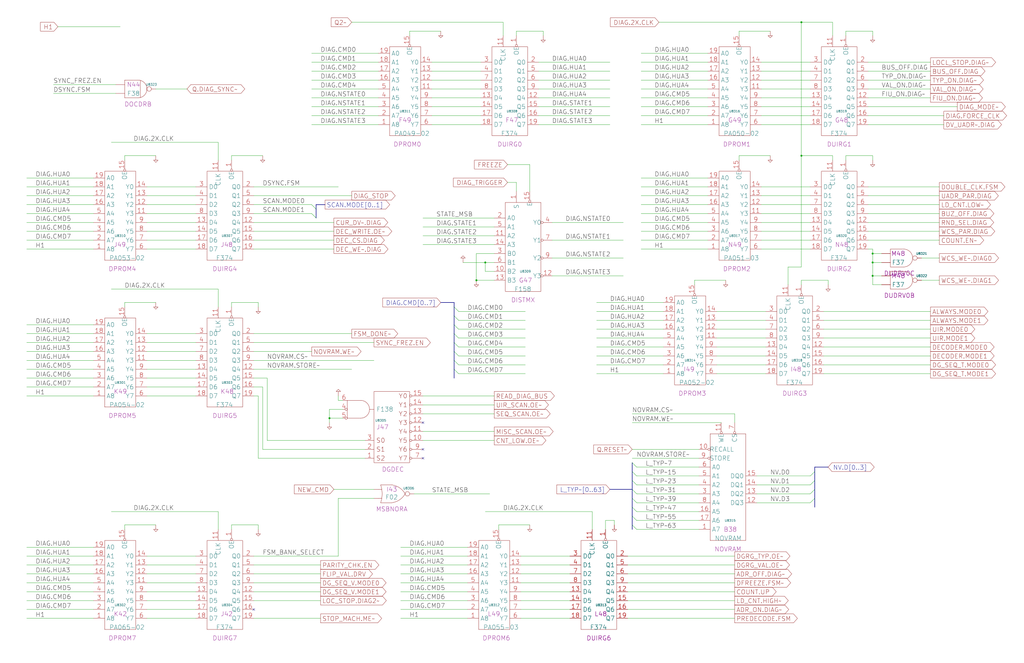
<source format=kicad_sch>
(kicad_sch (version 20230121) (generator eeschema)
  (paper "User" 584.2 378.46)
  (title_block (title "DIAGNOSTIC PROCESSOR") (date "22-MAY-90") (rev "1.0") (comment 1 "SEQUENCER") (comment 2 "232-003064") (comment 3 "S400") (comment 4 "RELEASED"))
  (junction (at 187.96 238.76))
  (junction (at 497.84 144.78))
  (junction (at 497.84 157.48))
  (junction (at 497.84 149.86))
  (junction (at 271.78 160.02))
  (junction (at 457.2 88.9))
  (junction (at 276.86 149.86))
  (junction (at 457.2 12.7))
  (no_connect (at 144.78 347.98))
  (no_connect (at 241.3 261.62))
  (no_connect (at 241.3 256.54))
  (no_connect (at 241.3 241.3))
  (bus_entry (at 259.08 180.34) (size 2.54 2.54))
  (bus_entry (at 464.82 284.48) (size -2.54 2.54))
  (bus_entry (at 360.68 299.72) (size 2.54 2.54))
  (bus_entry (at 259.08 190.5) (size 2.54 2.54))
  (bus_entry (at 464.82 279.4) (size -2.54 2.54))
  (bus_entry (at 360.68 284.48) (size 2.54 2.54))
  (bus_entry (at 360.68 269.24) (size 2.54 2.54))
  (bus_entry (at 360.68 279.4) (size 2.54 2.54))
  (bus_entry (at 464.82 269.24) (size -2.54 2.54))
  (bus_entry (at 360.68 264.16) (size 2.54 2.54))
  (bus_entry (at 360.68 274.32) (size 2.54 2.54))
  (bus_entry (at 360.68 294.64) (size 2.54 2.54))
  (bus_entry (at 177.8 121.92) (size 2.54 2.54))
  (bus_entry (at 259.08 195.58) (size 2.54 2.54))
  (bus_entry (at 177.8 116.84) (size 2.54 2.54))
  (bus_entry (at 259.08 175.26) (size 2.54 2.54))
  (bus_entry (at 259.08 205.74) (size 2.54 2.54))
  (bus_entry (at 360.68 289.56) (size 2.54 2.54))
  (bus_entry (at 464.82 274.32) (size -2.54 2.54))
  (bus_entry (at 259.08 210.82) (size 2.54 2.54))
  (bus_entry (at 259.08 200.66) (size 2.54 2.54))
  (bus_entry (at 259.08 185.42) (size 2.54 2.54))
  (wire (pts (xy 83.82 106.68) (xy 111.76 106.68)))
  (bus (pts (xy 259.08 195.58) (xy 259.08 200.66)))
  (wire (pts (xy 144.78 342.9) (xy 182.88 342.9)))
  (wire (pts (xy 228.6 347.98) (xy 266.7 347.98)))
  (wire (pts (xy 495.3 55.88) (xy 530.86 55.88)))
  (wire (pts (xy 15.24 111.76) (xy 53.34 111.76)))
  (wire (pts (xy 497.84 149.86) (xy 502.92 149.86)))
  (wire (pts (xy 144.78 127) (xy 190.5 127)))
  (wire (pts (xy 83.82 353.06) (xy 111.76 353.06)))
  (wire (pts (xy 434.34 142.24) (xy 462.28 142.24)))
  (wire (pts (xy 144.78 205.74) (xy 213.36 205.74)))
  (wire (pts (xy 307.34 66.04) (xy 347.98 66.04)))
  (wire (pts (xy 15.24 195.58) (xy 53.34 195.58)))
  (wire (pts (xy 469.9 213.36) (xy 530.86 213.36)))
  (wire (pts (xy 307.34 50.8) (xy 347.98 50.8)))
  (wire (pts (xy 15.24 342.9) (xy 53.34 342.9)))
  (wire (pts (xy 15.24 137.16) (xy 53.34 137.16)))
  (bus (pts (xy 464.82 266.7) (xy 472.44 266.7)))
  (wire (pts (xy 193.04 226.06) (xy 193.04 228.6)))
  (bus (pts (xy 464.82 274.32) (xy 464.82 279.4)))
  (bus (pts (xy 360.68 279.4) (xy 360.68 284.48)))
  (wire (pts (xy 177.8 40.64) (xy 215.9 40.64)))
  (wire (pts (xy 434.34 71.12) (xy 462.28 71.12)))
  (wire (pts (xy 241.3 231.14) (xy 281.94 231.14)))
  (bus (pts (xy 259.08 205.74) (xy 259.08 210.82)))
  (wire (pts (xy 363.22 266.7) (xy 398.78 266.7)))
  (wire (pts (xy 358.14 347.98) (xy 419.1 347.98)))
  (wire (pts (xy 15.24 116.84) (xy 53.34 116.84)))
  (wire (pts (xy 15.24 132.08) (xy 53.34 132.08)))
  (wire (pts (xy 144.78 121.92) (xy 177.8 121.92)))
  (wire (pts (xy 63.5 165.1) (xy 124.46 165.1)))
  (wire (pts (xy 421.64 17.78) (xy 421.64 20.32)))
  (wire (pts (xy 83.82 132.08) (xy 111.76 132.08)))
  (wire (pts (xy 340.36 198.12) (xy 378.46 198.12)))
  (bus (pts (xy 259.08 190.5) (xy 259.08 195.58)))
  (wire (pts (xy 228.6 332.74) (xy 266.7 332.74)))
  (wire (pts (xy 434.34 127) (xy 462.28 127)))
  (wire (pts (xy 144.78 317.5) (xy 193.04 317.5)))
  (wire (pts (xy 261.62 203.2) (xy 299.72 203.2)))
  (bus (pts (xy 259.08 172.72) (xy 259.08 175.26)))
  (wire (pts (xy 88.9 299.72) (xy 71.12 299.72)))
  (wire (pts (xy 365.76 71.12) (xy 403.86 71.12)))
  (wire (pts (xy 261.62 182.88) (xy 299.72 182.88)))
  (wire (pts (xy 83.82 116.84) (xy 111.76 116.84)))
  (wire (pts (xy 337.82 292.1) (xy 337.82 302.26)))
  (wire (pts (xy 15.24 142.24) (xy 53.34 142.24)))
  (wire (pts (xy 152.4 251.46) (xy 208.28 251.46)))
  (wire (pts (xy 63.5 292.1) (xy 124.46 292.1)))
  (wire (pts (xy 363.22 302.26) (xy 398.78 302.26)))
  (wire (pts (xy 144.78 332.74) (xy 182.88 332.74)))
  (wire (pts (xy 434.34 132.08) (xy 462.28 132.08)))
  (wire (pts (xy 83.82 220.98) (xy 111.76 220.98)))
  (wire (pts (xy 363.22 297.18) (xy 398.78 297.18)))
  (wire (pts (xy 497.84 157.48) (xy 502.92 157.48)))
  (wire (pts (xy 15.24 317.5) (xy 53.34 317.5)))
  (wire (pts (xy 363.22 281.94) (xy 398.78 281.94)))
  (wire (pts (xy 365.76 111.76) (xy 403.86 111.76)))
  (wire (pts (xy 228.6 317.5) (xy 266.7 317.5)))
  (wire (pts (xy 363.22 287.02) (xy 398.78 287.02)))
  (wire (pts (xy 246.38 60.96) (xy 274.32 60.96)))
  (wire (pts (xy 228.6 353.06) (xy 266.7 353.06)))
  (wire (pts (xy 177.8 30.48) (xy 215.9 30.48)))
  (wire (pts (xy 363.22 292.1) (xy 398.78 292.1)))
  (wire (pts (xy 365.76 106.68) (xy 403.86 106.68)))
  (wire (pts (xy 365.76 35.56) (xy 403.86 35.56)))
  (wire (pts (xy 340.36 193.04) (xy 378.46 193.04)))
  (wire (pts (xy 132.08 299.72) (xy 147.32 299.72)))
  (wire (pts (xy 177.8 60.96) (xy 215.9 60.96)))
  (wire (pts (xy 83.82 317.5) (xy 111.76 317.5)))
  (wire (pts (xy 495.3 111.76) (xy 535.94 111.76)))
  (wire (pts (xy 144.78 353.06) (xy 182.88 353.06)))
  (wire (pts (xy 241.3 251.46) (xy 281.94 251.46)))
  (wire (pts (xy 469.9 193.04) (xy 530.86 193.04)))
  (wire (pts (xy 474.98 12.7) (xy 474.98 20.32)))
  (wire (pts (xy 297.18 317.5) (xy 325.12 317.5)))
  (wire (pts (xy 365.76 60.96) (xy 403.86 60.96)))
  (wire (pts (xy 15.24 353.06) (xy 53.34 353.06)))
  (wire (pts (xy 350.52 297.18) (xy 350.52 299.72)))
  (wire (pts (xy 261.62 193.04) (xy 299.72 193.04)))
  (wire (pts (xy 497.84 142.24) (xy 495.3 142.24)))
  (wire (pts (xy 482.6 88.9) (xy 497.84 88.9)))
  (wire (pts (xy 314.96 127) (xy 355.6 127)))
  (wire (pts (xy 83.82 195.58) (xy 111.76 195.58)))
  (bus (pts (xy 360.68 274.32) (xy 360.68 279.4)))
  (wire (pts (xy 363.22 276.86) (xy 398.78 276.86)))
  (wire (pts (xy 187.96 238.76) (xy 195.58 238.76)))
  (wire (pts (xy 15.24 312.42) (xy 53.34 312.42)))
  (wire (pts (xy 246.38 71.12) (xy 274.32 71.12)))
  (wire (pts (xy 83.82 210.82) (xy 111.76 210.82)))
  (wire (pts (xy 408.94 193.04) (xy 436.88 193.04)))
  (wire (pts (xy 246.38 50.8) (xy 274.32 50.8)))
  (wire (pts (xy 345.44 297.18) (xy 350.52 297.18)))
  (wire (pts (xy 431.8 281.94) (xy 462.28 281.94)))
  (wire (pts (xy 502.92 162.56) (xy 497.84 162.56)))
  (wire (pts (xy 261.62 208.28) (xy 299.72 208.28)))
  (wire (pts (xy 144.78 226.06) (xy 147.32 226.06)))
  (wire (pts (xy 289.56 93.98) (xy 302.26 93.98)))
  (wire (pts (xy 340.36 182.88) (xy 378.46 182.88)))
  (wire (pts (xy 495.3 66.04) (xy 538.48 66.04)))
  (wire (pts (xy 15.24 226.06) (xy 53.34 226.06)))
  (wire (pts (xy 363.22 271.78) (xy 398.78 271.78)))
  (wire (pts (xy 132.08 88.9) (xy 132.08 91.44)))
  (wire (pts (xy 439.42 17.78) (xy 421.64 17.78)))
  (bus (pts (xy 464.82 269.24) (xy 464.82 274.32)))
  (wire (pts (xy 365.76 101.6) (xy 403.86 101.6)))
  (wire (pts (xy 495.3 137.16) (xy 535.94 137.16)))
  (wire (pts (xy 495.3 45.72) (xy 530.86 45.72)))
  (wire (pts (xy 340.36 177.8) (xy 378.46 177.8)))
  (wire (pts (xy 30.48 48.26) (xy 66.04 48.26)))
  (wire (pts (xy 495.3 106.68) (xy 535.94 106.68)))
  (wire (pts (xy 497.84 144.78) (xy 502.92 144.78)))
  (wire (pts (xy 297.18 347.98) (xy 325.12 347.98)))
  (wire (pts (xy 261.62 213.36) (xy 299.72 213.36)))
  (wire (pts (xy 144.78 137.16) (xy 190.5 137.16)))
  (wire (pts (xy 15.24 190.5) (xy 53.34 190.5)))
  (bus (pts (xy 360.68 284.48) (xy 360.68 289.56)))
  (wire (pts (xy 297.18 322.58) (xy 325.12 322.58)))
  (wire (pts (xy 434.34 66.04) (xy 462.28 66.04)))
  (wire (pts (xy 434.34 40.64) (xy 462.28 40.64)))
  (wire (pts (xy 497.84 144.78) (xy 497.84 142.24)))
  (wire (pts (xy 246.38 40.64) (xy 274.32 40.64)))
  (wire (pts (xy 419.1 236.22) (xy 419.1 241.3)))
  (wire (pts (xy 469.9 187.96) (xy 530.86 187.96)))
  (wire (pts (xy 177.8 35.56) (xy 215.9 35.56)))
  (wire (pts (xy 144.78 215.9) (xy 152.4 215.9)))
  (wire (pts (xy 287.02 12.7) (xy 287.02 20.32)))
  (wire (pts (xy 434.34 55.88) (xy 462.28 55.88)))
  (wire (pts (xy 193.04 284.48) (xy 213.36 284.48)))
  (wire (pts (xy 497.84 149.86) (xy 497.84 144.78)))
  (wire (pts (xy 340.36 187.96) (xy 378.46 187.96)))
  (wire (pts (xy 469.9 177.8) (xy 530.86 177.8)))
  (wire (pts (xy 15.24 101.6) (xy 53.34 101.6)))
  (wire (pts (xy 340.36 203.2) (xy 378.46 203.2)))
  (wire (pts (xy 294.64 17.78) (xy 309.88 17.78)))
  (wire (pts (xy 365.76 116.84) (xy 403.86 116.84)))
  (wire (pts (xy 228.6 337.82) (xy 266.7 337.82)))
  (wire (pts (xy 302.26 299.72) (xy 284.48 299.72)))
  (wire (pts (xy 83.82 190.5) (xy 111.76 190.5)))
  (wire (pts (xy 228.6 327.66) (xy 266.7 327.66)))
  (wire (pts (xy 88.9 172.72) (xy 71.12 172.72)))
  (wire (pts (xy 365.76 142.24) (xy 403.86 142.24)))
  (wire (pts (xy 482.6 20.32) (xy 482.6 17.78)))
  (wire (pts (xy 408.94 177.8) (xy 436.88 177.8)))
  (wire (pts (xy 431.8 271.78) (xy 462.28 271.78)))
  (wire (pts (xy 195.58 233.68) (xy 187.96 233.68)))
  (wire (pts (xy 144.78 220.98) (xy 149.86 220.98)))
  (wire (pts (xy 289.56 104.14) (xy 294.64 104.14)))
  (wire (pts (xy 434.34 116.84) (xy 462.28 116.84)))
  (wire (pts (xy 449.58 152.4) (xy 457.2 152.4)))
  (wire (pts (xy 246.38 35.56) (xy 274.32 35.56)))
  (wire (pts (xy 83.82 347.98) (xy 111.76 347.98)))
  (bus (pts (xy 464.82 266.7) (xy 464.82 269.24)))
  (wire (pts (xy 144.78 327.66) (xy 182.88 327.66)))
  (wire (pts (xy 497.84 162.56) (xy 497.84 157.48)))
  (wire (pts (xy 15.24 322.58) (xy 53.34 322.58)))
  (wire (pts (xy 30.48 53.34) (xy 66.04 53.34)))
  (wire (pts (xy 246.38 45.72) (xy 274.32 45.72)))
  (wire (pts (xy 264.16 149.86) (xy 276.86 149.86)))
  (wire (pts (xy 15.24 332.74) (xy 53.34 332.74)))
  (wire (pts (xy 144.78 200.66) (xy 177.8 200.66)))
  (wire (pts (xy 414.02 160.02) (xy 396.24 160.02)))
  (wire (pts (xy 497.84 17.78) (xy 497.84 20.32)))
  (bus (pts (xy 360.68 299.72) (xy 360.68 302.26)))
  (wire (pts (xy 88.9 50.8) (xy 106.68 50.8)))
  (wire (pts (xy 360.68 241.3) (xy 411.48 241.3)))
  (wire (pts (xy 261.62 177.8) (xy 299.72 177.8)))
  (wire (pts (xy 149.86 256.54) (xy 208.28 256.54)))
  (wire (pts (xy 358.14 337.82) (xy 419.1 337.82)))
  (bus (pts (xy 259.08 175.26) (xy 259.08 180.34)))
  (wire (pts (xy 309.88 17.78) (xy 309.88 20.32)))
  (wire (pts (xy 83.82 127) (xy 111.76 127)))
  (wire (pts (xy 431.8 276.86) (xy 462.28 276.86)))
  (wire (pts (xy 193.04 317.5) (xy 193.04 284.48)))
  (wire (pts (xy 276.86 149.86) (xy 281.94 149.86)))
  (wire (pts (xy 408.94 182.88) (xy 436.88 182.88)))
  (wire (pts (xy 177.8 45.72) (xy 215.9 45.72)))
  (wire (pts (xy 83.82 337.82) (xy 111.76 337.82)))
  (wire (pts (xy 365.76 30.48) (xy 403.86 30.48)))
  (wire (pts (xy 15.24 200.66) (xy 53.34 200.66)))
  (wire (pts (xy 297.18 332.74) (xy 325.12 332.74)))
  (wire (pts (xy 177.8 71.12) (xy 215.9 71.12)))
  (wire (pts (xy 144.78 142.24) (xy 190.5 142.24)))
  (wire (pts (xy 83.82 332.74) (xy 111.76 332.74)))
  (wire (pts (xy 83.82 226.06) (xy 111.76 226.06)))
  (wire (pts (xy 15.24 220.98) (xy 53.34 220.98)))
  (wire (pts (xy 525.78 160.02) (xy 535.94 160.02)))
  (wire (pts (xy 434.34 60.96) (xy 462.28 60.96)))
  (wire (pts (xy 434.34 50.8) (xy 462.28 50.8)))
  (wire (pts (xy 408.94 213.36) (xy 436.88 213.36)))
  (wire (pts (xy 124.46 292.1) (xy 124.46 302.26)))
  (wire (pts (xy 241.3 124.46) (xy 281.94 124.46)))
  (wire (pts (xy 307.34 55.88) (xy 347.98 55.88)))
  (wire (pts (xy 236.22 281.94) (xy 279.4 281.94)))
  (wire (pts (xy 457.2 88.9) (xy 474.98 88.9)))
  (wire (pts (xy 15.24 327.66) (xy 53.34 327.66)))
  (wire (pts (xy 297.18 337.82) (xy 325.12 337.82)))
  (wire (pts (xy 83.82 121.92) (xy 111.76 121.92)))
  (wire (pts (xy 144.78 116.84) (xy 177.8 116.84)))
  (bus (pts (xy 259.08 200.66) (xy 259.08 205.74)))
  (wire (pts (xy 144.78 106.68) (xy 193.04 106.68)))
  (wire (pts (xy 144.78 322.58) (xy 182.88 322.58)))
  (wire (pts (xy 307.34 71.12) (xy 347.98 71.12)))
  (wire (pts (xy 124.46 81.28) (xy 124.46 91.44)))
  (wire (pts (xy 271.78 144.78) (xy 271.78 160.02)))
  (wire (pts (xy 144.78 210.82) (xy 200.66 210.82)))
  (wire (pts (xy 365.76 55.88) (xy 403.86 55.88)))
  (wire (pts (xy 340.36 213.36) (xy 378.46 213.36)))
  (wire (pts (xy 408.94 198.12) (xy 436.88 198.12)))
  (wire (pts (xy 15.24 215.9) (xy 53.34 215.9)))
  (wire (pts (xy 307.34 40.64) (xy 347.98 40.64)))
  (wire (pts (xy 340.36 208.28) (xy 378.46 208.28)))
  (wire (pts (xy 457.2 162.56) (xy 457.2 160.02)))
  (wire (pts (xy 132.08 172.72) (xy 147.32 172.72)))
  (wire (pts (xy 200.66 12.7) (xy 287.02 12.7)))
  (wire (pts (xy 495.3 40.64) (xy 530.86 40.64)))
  (wire (pts (xy 408.94 203.2) (xy 436.88 203.2)))
  (wire (pts (xy 495.3 50.8) (xy 530.86 50.8)))
  (wire (pts (xy 83.82 200.66) (xy 111.76 200.66)))
  (wire (pts (xy 15.24 185.42) (xy 53.34 185.42)))
  (wire (pts (xy 360.68 256.54) (xy 398.78 256.54)))
  (wire (pts (xy 33.02 15.24) (xy 68.58 15.24)))
  (wire (pts (xy 307.34 60.96) (xy 347.98 60.96)))
  (wire (pts (xy 228.6 322.58) (xy 266.7 322.58)))
  (wire (pts (xy 495.3 60.96) (xy 546.1 60.96)))
  (bus (pts (xy 360.68 269.24) (xy 360.68 274.32)))
  (wire (pts (xy 144.78 195.58) (xy 213.36 195.58)))
  (wire (pts (xy 228.6 312.42) (xy 266.7 312.42)))
  (wire (pts (xy 147.32 261.62) (xy 208.28 261.62)))
  (wire (pts (xy 83.82 142.24) (xy 111.76 142.24)))
  (bus (pts (xy 251.46 172.72) (xy 259.08 172.72)))
  (wire (pts (xy 177.8 55.88) (xy 215.9 55.88)))
  (wire (pts (xy 495.3 132.08) (xy 535.94 132.08)))
  (wire (pts (xy 261.62 198.12) (xy 299.72 198.12)))
  (wire (pts (xy 314.96 157.48) (xy 355.6 157.48)))
  (wire (pts (xy 434.34 45.72) (xy 462.28 45.72)))
  (wire (pts (xy 15.24 205.74) (xy 53.34 205.74)))
  (wire (pts (xy 358.14 327.66) (xy 419.1 327.66)))
  (bus (pts (xy 180.34 119.38) (xy 180.34 124.46)))
  (wire (pts (xy 472.44 160.02) (xy 472.44 162.56)))
  (wire (pts (xy 431.8 287.02) (xy 462.28 287.02)))
  (wire (pts (xy 457.2 88.9) (xy 457.2 152.4)))
  (wire (pts (xy 149.86 88.9) (xy 132.08 88.9)))
  (wire (pts (xy 457.2 160.02) (xy 472.44 160.02)))
  (wire (pts (xy 276.86 154.94) (xy 276.86 149.86)))
  (wire (pts (xy 271.78 160.02) (xy 281.94 160.02)))
  (wire (pts (xy 83.82 111.76) (xy 111.76 111.76)))
  (wire (pts (xy 233.68 17.78) (xy 233.68 20.32)))
  (wire (pts (xy 241.3 236.22) (xy 281.94 236.22)))
  (wire (pts (xy 358.14 353.06) (xy 419.1 353.06)))
  (wire (pts (xy 177.8 50.8) (xy 215.9 50.8)))
  (wire (pts (xy 297.18 353.06) (xy 325.12 353.06)))
  (wire (pts (xy 241.3 139.7) (xy 281.94 139.7)))
  (wire (pts (xy 396.24 160.02) (xy 396.24 162.56)))
  (bus (pts (xy 180.34 116.84) (xy 180.34 119.38)))
  (wire (pts (xy 314.96 147.32) (xy 355.6 147.32)))
  (wire (pts (xy 358.14 342.9) (xy 419.1 342.9)))
  (wire (pts (xy 83.82 342.9) (xy 111.76 342.9)))
  (wire (pts (xy 193.04 228.6) (xy 195.58 228.6)))
  (wire (pts (xy 147.32 299.72) (xy 147.32 302.26)))
  (wire (pts (xy 497.84 157.48) (xy 497.84 149.86)))
  (wire (pts (xy 251.46 17.78) (xy 233.68 17.78)))
  (wire (pts (xy 276.86 292.1) (xy 337.82 292.1)))
  (wire (pts (xy 144.78 111.76) (xy 200.66 111.76)))
  (wire (pts (xy 241.3 134.62) (xy 281.94 134.62)))
  (wire (pts (xy 365.76 121.92) (xy 403.86 121.92)))
  (wire (pts (xy 345.44 302.26) (xy 345.44 297.18)))
  (wire (pts (xy 469.9 198.12) (xy 530.86 198.12)))
  (wire (pts (xy 241.3 226.06) (xy 281.94 226.06)))
  (wire (pts (xy 474.98 88.9) (xy 474.98 91.44)))
  (wire (pts (xy 83.82 215.9) (xy 111.76 215.9)))
  (bus (pts (xy 259.08 210.82) (xy 259.08 215.9)))
  (wire (pts (xy 439.42 88.9) (xy 421.64 88.9)))
  (wire (pts (xy 15.24 210.82) (xy 53.34 210.82)))
  (wire (pts (xy 457.2 12.7) (xy 457.2 88.9)))
  (wire (pts (xy 88.9 88.9) (xy 71.12 88.9)))
  (wire (pts (xy 365.76 50.8) (xy 403.86 50.8)))
  (wire (pts (xy 365.76 132.08) (xy 403.86 132.08)))
  (wire (pts (xy 246.38 55.88) (xy 274.32 55.88)))
  (wire (pts (xy 149.86 220.98) (xy 149.86 256.54)))
  (wire (pts (xy 228.6 342.9) (xy 266.7 342.9)))
  (wire (pts (xy 495.3 71.12) (xy 538.48 71.12)))
  (wire (pts (xy 294.64 20.32) (xy 294.64 17.78)))
  (wire (pts (xy 144.78 337.82) (xy 182.88 337.82)))
  (wire (pts (xy 421.64 88.9) (xy 421.64 91.44)))
  (wire (pts (xy 482.6 91.44) (xy 482.6 88.9)))
  (wire (pts (xy 15.24 337.82) (xy 53.34 337.82)))
  (wire (pts (xy 358.14 322.58) (xy 419.1 322.58)))
  (wire (pts (xy 469.9 182.88) (xy 530.86 182.88)))
  (wire (pts (xy 147.32 172.72) (xy 147.32 175.26)))
  (wire (pts (xy 365.76 45.72) (xy 403.86 45.72)))
  (wire (pts (xy 152.4 215.9) (xy 152.4 251.46)))
  (wire (pts (xy 71.12 172.72) (xy 71.12 175.26)))
  (bus (pts (xy 259.08 185.42) (xy 259.08 190.5)))
  (wire (pts (xy 434.34 111.76) (xy 462.28 111.76)))
  (wire (pts (xy 469.9 208.28) (xy 530.86 208.28)))
  (wire (pts (xy 360.68 236.22) (xy 419.1 236.22)))
  (wire (pts (xy 246.38 66.04) (xy 274.32 66.04)))
  (wire (pts (xy 365.76 66.04) (xy 403.86 66.04)))
  (wire (pts (xy 495.3 127) (xy 535.94 127)))
  (bus (pts (xy 259.08 180.34) (xy 259.08 185.42)))
  (wire (pts (xy 187.96 238.76) (xy 187.96 241.3)))
  (wire (pts (xy 241.3 129.54) (xy 281.94 129.54)))
  (wire (pts (xy 281.94 154.94) (xy 276.86 154.94)))
  (wire (pts (xy 365.76 40.64) (xy 403.86 40.64)))
  (wire (pts (xy 307.34 35.56) (xy 347.98 35.56)))
  (wire (pts (xy 132.08 302.26) (xy 132.08 299.72)))
  (wire (pts (xy 83.82 322.58) (xy 111.76 322.58)))
  (bus (pts (xy 360.68 264.16) (xy 360.68 269.24)))
  (wire (pts (xy 434.34 106.68) (xy 462.28 106.68)))
  (wire (pts (xy 83.82 137.16) (xy 111.76 137.16)))
  (wire (pts (xy 495.3 116.84) (xy 535.94 116.84)))
  (wire (pts (xy 408.94 187.96) (xy 436.88 187.96)))
  (wire (pts (xy 190.5 279.4) (xy 213.36 279.4)))
  (wire (pts (xy 434.34 121.92) (xy 462.28 121.92)))
  (bus (pts (xy 360.68 289.56) (xy 360.68 294.64)))
  (wire (pts (xy 358.14 332.74) (xy 419.1 332.74)))
  (wire (pts (xy 482.6 17.78) (xy 497.84 17.78)))
  (wire (pts (xy 375.92 12.7) (xy 457.2 12.7)))
  (wire (pts (xy 284.48 299.72) (xy 284.48 302.26)))
  (wire (pts (xy 177.8 66.04) (xy 215.9 66.04)))
  (wire (pts (xy 358.14 317.5) (xy 419.1 317.5)))
  (bus (pts (xy 180.34 116.84) (xy 185.42 116.84)))
  (wire (pts (xy 365.76 137.16) (xy 403.86 137.16)))
  (wire (pts (xy 314.96 137.16) (xy 355.6 137.16)))
  (wire (pts (xy 497.84 88.9) (xy 497.84 91.44)))
  (wire (pts (xy 71.12 88.9) (xy 71.12 91.44)))
  (wire (pts (xy 15.24 121.92) (xy 53.34 121.92)))
  (wire (pts (xy 457.2 12.7) (xy 474.98 12.7)))
  (wire (pts (xy 124.46 165.1) (xy 124.46 175.26)))
  (wire (pts (xy 297.18 327.66) (xy 325.12 327.66)))
  (wire (pts (xy 408.94 208.28) (xy 436.88 208.28)))
  (wire (pts (xy 83.82 327.66) (xy 111.76 327.66)))
  (wire (pts (xy 15.24 347.98) (xy 53.34 347.98)))
  (wire (pts (xy 132.08 175.26) (xy 132.08 172.72)))
  (bus (pts (xy 360.68 294.64) (xy 360.68 299.72)))
  (bus (pts (xy 464.82 284.48) (xy 464.82 289.56)))
  (wire (pts (xy 302.26 93.98) (xy 302.26 109.22)))
  (wire (pts (xy 360.68 261.62) (xy 398.78 261.62)))
  (wire (pts (xy 63.5 81.28) (xy 124.46 81.28)))
  (wire (pts (xy 144.78 190.5) (xy 200.66 190.5)))
  (wire (pts (xy 281.94 144.78) (xy 271.78 144.78)))
  (wire (pts (xy 365.76 127) (xy 403.86 127)))
  (wire (pts (xy 307.34 45.72) (xy 347.98 45.72)))
  (wire (pts (xy 469.9 203.2) (xy 530.86 203.2)))
  (wire (pts (xy 495.3 121.92) (xy 535.94 121.92)))
  (wire (pts (xy 297.18 342.9) (xy 325.12 342.9)))
  (wire (pts (xy 187.96 233.68) (xy 187.96 238.76)))
  (wire (pts (xy 495.3 35.56) (xy 530.86 35.56)))
  (wire (pts (xy 71.12 299.72) (xy 71.12 302.26)))
  (wire (pts (xy 261.62 187.96) (xy 299.72 187.96)))
  (bus (pts (xy 464.82 279.4) (xy 464.82 284.48)))
  (wire (pts (xy 241.3 246.38) (xy 281.94 246.38)))
  (wire (pts (xy 144.78 132.08) (xy 190.5 132.08)))
  (wire (pts (xy 434.34 137.16) (xy 462.28 137.16)))
  (wire (pts (xy 434.34 35.56) (xy 462.28 35.56)))
  (wire (pts (xy 449.58 152.4) (xy 449.58 162.56)))
  (wire (pts (xy 525.78 147.32) (xy 535.94 147.32)))
  (wire (pts (xy 15.24 127) (xy 53.34 127)))
  (wire (pts (xy 147.32 226.06) (xy 147.32 261.62)))
  (wire (pts (xy 294.64 104.14) (xy 294.64 109.22)))
  (wire (pts (xy 15.24 106.68) (xy 53.34 106.68)))
  (bus (pts (xy 347.98 279.4) (xy 360.68 279.4)))
  (wire (pts (xy 83.82 205.74) (xy 111.76 205.74)))
  (wire (pts (xy 340.36 172.72) (xy 378.46 172.72)))
  (label "DIAG.CMD5" (at 373.38 127 0) (effects (font (size 2.54 2.54))))
  (label "DIAG.HUA1" (at 233.68 317.5 0) (effects (font (size 2.54 2.54))))
  (label "DIAG.HUA4" (at 233.68 332.74 0) (effects (font (size 2.54 2.54))))
  (label "SCAN.MODE0" (at 149.86 116.84 0) (effects (font (size 2.54 2.54))))
  (label "NOVRAM.CS~" (at 152.4 205.74 0) (effects (font (size 2.54 2.54))))
  (label "DIAG.CMD5" (at 347.98 198.12 0) (effects (font (size 2.54 2.54))))
  (label "DIAG.HUA0" (at 373.38 30.48 0) (effects (font (size 2.54 2.54))))
  (label "DIAG.HUA2" (at 20.32 322.58 0) (effects (font (size 2.54 2.54))))
  (label "DIAG.HUA3" (at 373.38 116.84 0) (effects (font (size 2.54 2.54))))
  (label "DIAG.HUA1" (at 373.38 106.68 0) (effects (font (size 2.54 2.54))))
  (label "DIAG.CMD7" (at 20.32 220.98 0) (effects (font (size 2.54 2.54))))
  (label "H1" (at 20.32 226.06 0) (effects (font (size 2.54 2.54))))
  (label "DIAG.CMD0" (at 266.7 177.8 0) (effects (font (size 2.54 2.54))))
  (label "STATE_MSB" (at 248.92 124.46 0) (effects (font (size 2.54 2.54))))
  (label "DIAG.HUA3" (at 233.68 327.66 0) (effects (font (size 2.54 2.54))))
  (label "DIAG.CMD4" (at 182.88 50.8 0) (effects (font (size 2.54 2.54))))
  (label "DIAG.NSTATE3" (at 322.58 157.48 0) (effects (font (size 2.54 2.54))))
  (label "TYP_ON.DIAG~" (at 502.92 45.72 0) (effects (font (size 2.54 2.54))))
  (label "DIAG.CMD6" (at 20.32 132.08 0) (effects (font (size 2.54 2.54))))
  (label "DIAG.STATE1" (at 248.92 129.54 0) (effects (font (size 2.54 2.54))))
  (label "DIAG.CMD5" (at 20.32 337.82 0) (effects (font (size 2.54 2.54))))
  (label "DIAG.STATE3" (at 314.96 71.12 0) (effects (font (size 2.54 2.54))))
  (label "DIAG.HUA0" (at 347.98 172.72 0) (effects (font (size 2.54 2.54))))
  (label "L_TYP~63" (at 368.3 302.26 0) (effects (font (size 2.54 2.54))))
  (label "DIAG.HUA3" (at 314.96 50.8 0) (effects (font (size 2.54 2.54))))
  (label "SCAN.MODE1" (at 149.86 121.92 0) (effects (font (size 2.54 2.54))))
  (label "DIAG.NSTATE2" (at 182.88 66.04 0) (effects (font (size 2.54 2.54))))
  (label "DIAG.NSTATE1" (at 182.88 60.96 0) (effects (font (size 2.54 2.54))))
  (label "DIAG.CMD2" (at 266.7 187.96 0) (effects (font (size 2.54 2.54))))
  (label "VAL_ON.DIAG~" (at 502.92 50.8 0) (effects (font (size 2.54 2.54))))
  (label "DIAG.HUA0" (at 20.32 101.6 0) (effects (font (size 2.54 2.54))))
  (label "DIAG.CMD6" (at 233.68 342.9 0) (effects (font (size 2.54 2.54))))
  (label "DIAG.CMD7" (at 347.98 208.28 0) (effects (font (size 2.54 2.54))))
  (label "DIAG.HUA2" (at 347.98 182.88 0) (effects (font (size 2.54 2.54))))
  (label "DIAG.2X.CLK" (at 76.2 292.1 0) (effects (font (size 2.54 2.54))))
  (label "DIAG.CMD7" (at 373.38 66.04 0) (effects (font (size 2.54 2.54))))
  (label "DIAG.STATE3" (at 248.92 139.7 0) (effects (font (size 2.54 2.54))))
  (label "SYNC_FREZ.EN" (at 30.48 48.26 0) (effects (font (size 2.54 2.54))))
  (label "DIAG.HUA3" (at 20.32 327.66 0) (effects (font (size 2.54 2.54))))
  (label "NV.D0" (at 439.42 271.78 0) (effects (font (size 2.54 2.54))))
  (label "DIAG.HUA1" (at 20.32 190.5 0) (effects (font (size 2.54 2.54))))
  (label "DSYNC.FSM" (at 30.48 53.34 0) (effects (font (size 2.54 2.54))))
  (label "NOVRAM.CS~" (at 360.68 236.22 0) (effects (font (size 2.54 2.54))))
  (label "DSYNC.FSM" (at 149.86 106.68 0) (effects (font (size 2.54 2.54))))
  (label "DIAG.HUA4" (at 314.96 55.88 0) (effects (font (size 2.54 2.54))))
  (label "BUS_OFF.DIAG" (at 502.92 40.64 0) (effects (font (size 2.54 2.54))))
  (label "FIU_ON.DIAG~" (at 502.92 55.88 0) (effects (font (size 2.54 2.54))))
  (label "H1" (at 20.32 142.24 0) (effects (font (size 2.54 2.54))))
  (label "DIAG.HUA4" (at 373.38 50.8 0) (effects (font (size 2.54 2.54))))
  (label "DIAG.CMD1" (at 182.88 35.56 0) (effects (font (size 2.54 2.54))))
  (label "DIAG.HUA1" (at 347.98 177.8 0) (effects (font (size 2.54 2.54))))
  (label "DIAG.CMD6" (at 373.38 132.08 0) (effects (font (size 2.54 2.54))))
  (label "DIAG.CMD5" (at 20.32 127 0) (effects (font (size 2.54 2.54))))
  (label "DIAG.CMD5" (at 233.68 337.82 0) (effects (font (size 2.54 2.54))))
  (label "DIAG.CMD7" (at 266.7 213.36 0) (effects (font (size 2.54 2.54))))
  (label "DIAG.CMD6" (at 20.32 215.9 0) (effects (font (size 2.54 2.54))))
  (label "DIAG.CMD1" (at 266.7 182.88 0) (effects (font (size 2.54 2.54))))
  (label "DIAG.NSTATE0" (at 182.88 55.88 0) (effects (font (size 2.54 2.54))))
  (label "DIAG.HUA3" (at 20.32 200.66 0) (effects (font (size 2.54 2.54))))
  (label "DIAG.HUA3" (at 20.32 116.84 0) (effects (font (size 2.54 2.54))))
  (label "DIAG.HUA4" (at 347.98 193.04 0) (effects (font (size 2.54 2.54))))
  (label "DIAG.HUA1" (at 314.96 40.64 0) (effects (font (size 2.54 2.54))))
  (label "DIAG.2X.CLK" (at 287.02 292.1 0) (effects (font (size 2.54 2.54))))
  (label "H1" (at 373.38 71.12 0) (effects (font (size 2.54 2.54))))
  (label "DIAG.HUA1" (at 373.38 35.56 0) (effects (font (size 2.54 2.54))))
  (label "H1" (at 373.38 142.24 0) (effects (font (size 2.54 2.54))))
  (label "DIAG.NSTATE1" (at 322.58 137.16 0) (effects (font (size 2.54 2.54))))
  (label "DIAG.CMD6" (at 373.38 60.96 0) (effects (font (size 2.54 2.54))))
  (label "DIAG.NSTATE0" (at 322.58 127 0) (effects (font (size 2.54 2.54))))
  (label "L_TYP~7" (at 368.3 266.7 0) (effects (font (size 2.54 2.54))))
  (label "NV.D1" (at 439.42 276.86 0) (effects (font (size 2.54 2.54))))
  (label "NOVRAM.STORE~" (at 363.22 261.62 0) (effects (font (size 2.54 2.54))))
  (label "DIAG.CMD5" (at 373.38 55.88 0) (effects (font (size 2.54 2.54))))
  (label "FSM_BANK_SELECT" (at 149.86 317.5 0) (effects (font (size 2.54 2.54))))
  (label "DIAG.CMD6" (at 347.98 203.2 0) (effects (font (size 2.54 2.54))))
  (label "DIAG.HUA4" (at 373.38 121.92 0) (effects (font (size 2.54 2.54))))
  (label "DIAG.HUA4" (at 20.32 121.92 0) (effects (font (size 2.54 2.54))))
  (label "NOVRAM.WE~" (at 360.68 241.3 0) (effects (font (size 2.54 2.54))))
  (label "DIAG.HUA2" (at 314.96 45.72 0) (effects (font (size 2.54 2.54))))
  (label "DIAG.CMD6" (at 20.32 342.9 0) (effects (font (size 2.54 2.54))))
  (label "NV.D3" (at 439.42 287.02 0) (effects (font (size 2.54 2.54))))
  (label "DIAG.CMD3" (at 266.7 193.04 0) (effects (font (size 2.54 2.54))))
  (label "DIAG.HUA0" (at 20.32 185.42 0) (effects (font (size 2.54 2.54))))
  (label "DIAG.CMD3" (at 182.88 45.72 0) (effects (font (size 2.54 2.54))))
  (label "DIAG.HUA2" (at 233.68 322.58 0) (effects (font (size 2.54 2.54))))
  (label "DIAG.CMD7" (at 373.38 137.16 0) (effects (font (size 2.54 2.54))))
  (label "DIAG.2X.CLK" (at 76.2 81.28 0) (effects (font (size 2.54 2.54))))
  (label "DIAG.HUA3" (at 373.38 45.72 0) (effects (font (size 2.54 2.54))))
  (label "DIAG.CMD4" (at 266.7 198.12 0) (effects (font (size 2.54 2.54))))
  (label "H1" (at 347.98 213.36 0) (effects (font (size 2.54 2.54))))
  (label "DIAG.HUA2" (at 20.32 111.76 0) (effects (font (size 2.54 2.54))))
  (label "DIAG.HUA0" (at 233.68 312.42 0) (effects (font (size 2.54 2.54))))
  (label "DIAG.2X.CLK" (at 71.12 165.1 0) (effects (font (size 2.54 2.54))))
  (label "DIAG.CMD5" (at 266.7 203.2 0) (effects (font (size 2.54 2.54))))
  (label "DIAG.CMD5" (at 20.32 210.82 0) (effects (font (size 2.54 2.54))))
  (label "DIAG.HUA4" (at 20.32 205.74 0) (effects (font (size 2.54 2.54))))
  (label "DIAG.NSTATE3" (at 182.88 71.12 0) (effects (font (size 2.54 2.54))))
  (label "DIAG.HUA0" (at 314.96 35.56 0) (effects (font (size 2.54 2.54))))
  (label "DIAG.CMD2" (at 182.88 40.64 0) (effects (font (size 2.54 2.54))))
  (label "H1" (at 233.68 353.06 0) (effects (font (size 2.54 2.54))))
  (label "L_TYP~15" (at 368.3 271.78 0) (effects (font (size 2.54 2.54))))
  (label "DIAG.STATE2" (at 248.92 134.62 0) (effects (font (size 2.54 2.54))))
  (label "DIAG.HUA1" (at 20.32 106.68 0) (effects (font (size 2.54 2.54))))
  (label "NOVRAM.STORE~" (at 152.4 210.82 0) (effects (font (size 2.54 2.54))))
  (label "DIAG.CMD7" (at 233.68 347.98 0) (effects (font (size 2.54 2.54))))
  (label "DIAG.HUA4" (at 20.32 332.74 0) (effects (font (size 2.54 2.54))))
  (label "DIAG.CMD0" (at 182.88 30.48 0) (effects (font (size 2.54 2.54))))
  (label "DIAG.HUA1" (at 20.32 317.5 0) (effects (font (size 2.54 2.54))))
  (label "L_TYP~55" (at 368.3 297.18 0) (effects (font (size 2.54 2.54))))
  (label "DIAG.CMD7" (at 20.32 347.98 0) (effects (font (size 2.54 2.54))))
  (label "L_TYP~23" (at 368.3 276.86 0) (effects (font (size 2.54 2.54))))
  (label "L_TYP~31" (at 368.3 281.94 0) (effects (font (size 2.54 2.54))))
  (label "DIAG.HUA2" (at 20.32 195.58 0) (effects (font (size 2.54 2.54))))
  (label "DIAG.HUA0" (at 20.32 312.42 0) (effects (font (size 2.54 2.54))))
  (label "DIAG.HUA3" (at 347.98 187.96 0) (effects (font (size 2.54 2.54))))
  (label "STATE_MSB" (at 246.38 281.94 0) (effects (font (size 2.54 2.54))))
  (label "L_TYP~47" (at 368.3 292.1 0) (effects (font (size 2.54 2.54))))
  (label "DIAG.NSTATE2" (at 322.58 147.32 0) (effects (font (size 2.54 2.54))))
  (label "DIAG.HUA2" (at 373.38 40.64 0) (effects (font (size 2.54 2.54))))
  (label "DIAG.STATE1" (at 314.96 60.96 0) (effects (font (size 2.54 2.54))))
  (label "DIAG.STATE2" (at 314.96 66.04 0) (effects (font (size 2.54 2.54))))
  (label "H1" (at 20.32 353.06 0) (effects (font (size 2.54 2.54))))
  (label "DIAG.CMD6" (at 266.7 208.28 0) (effects (font (size 2.54 2.54))))
  (label "DIAG.HUA0" (at 373.38 101.6 0) (effects (font (size 2.54 2.54))))
  (label "DIAG.HUA2" (at 373.38 111.76 0) (effects (font (size 2.54 2.54))))
  (label "L_TYP~39" (at 368.3 287.02 0) (effects (font (size 2.54 2.54))))
  (label "DIAG.CMD7" (at 20.32 137.16 0) (effects (font (size 2.54 2.54))))
  (label "NV.D2" (at 439.42 281.94 0) (effects (font (size 2.54 2.54))))
  (global_label "VAL_ON.DIAG~" (shape output) (at 530.86 50.8 0) (effects (font (size 2.54 2.54))) (property "Intersheetrefs" "${INTERSHEET_REFS}" (at 560.8441 50.6413 0) (effects (font (size 1.905 1.905)) (justify left))))
  (global_label "DG_SEQ_V.MODE0" (shape output) (at 182.88 332.74 0) (effects (font (size 2.54 2.54))) (property "Intersheetrefs" "${INTERSHEET_REFS}" (at 220.2422 332.5813 0) (effects (font (size 1.905 1.905)) (justify left))))
  (global_label "DFREEZE.FSM~" (shape output) (at 419.1 332.74 0) (effects (font (size 2.54 2.54))) (property "Intersheetrefs" "${INTERSHEET_REFS}" (at 451.0193 332.5813 0) (effects (font (size 1.905 1.905)) (justify left))))
  (global_label "DGRG_VAL.OE~" (shape output) (at 419.1 322.58 0) (effects (font (size 2.54 2.54))) (property "Intersheetrefs" "${INTERSHEET_REFS}" (at 450.4146 322.4213 0) (effects (font (size 1.905 1.905)) (justify left))))
  (global_label "DIAG.FORCE_CLK" (shape output) (at 538.48 66.04 0) (effects (font (size 2.54 2.54))) (property "Intersheetrefs" "${INTERSHEET_REFS}" (at 574.2698 65.8813 0) (effects (font (size 1.905 1.905)) (justify left))))
  (global_label "DIAG_STOP" (shape output) (at 200.66 111.76 0) (effects (font (size 2.54 2.54))) (property "Intersheetrefs" "${INTERSHEET_REFS}" (at 225.4431 111.6013 0) (effects (font (size 1.905 1.905)) (justify left))))
  (global_label "MISC_SCAN.OE~" (shape output) (at 281.94 246.38 0) (effects (font (size 2.54 2.54))) (property "Intersheetrefs" "${INTERSHEET_REFS}" (at 315.5527 246.2213 0) (effects (font (size 1.905 1.905)) (justify left))))
  (global_label "SCAN.MODE[0..1]" (shape output) (at 185.42 116.84 0) (effects (font (size 2.54 2.54))) (property "Intersheetrefs" "${INTERSHEET_REFS}" (at 222.2984 116.6813 0) (effects (font (size 1.905 1.905)) (justify left))))
  (global_label "DECODER.MODE0" (shape output) (at 530.86 198.12 0) (effects (font (size 2.54 2.54))) (property "Intersheetrefs" "${INTERSHEET_REFS}" (at 567.1336 197.9613 0) (effects (font (size 1.905 1.905)) (justify left))))
  (global_label "DG_SEQ_V.MODE1" (shape output) (at 182.88 337.82 0) (effects (font (size 2.54 2.54))) (property "Intersheetrefs" "${INTERSHEET_REFS}" (at 220.2422 337.6613 0) (effects (font (size 1.905 1.905)) (justify left))))
  (global_label "WCS_PAR.DIAG" (shape output) (at 535.94 132.08 0) (effects (font (size 2.54 2.54))) (property "Intersheetrefs" "${INTERSHEET_REFS}" (at 567.4965 131.9213 0) (effects (font (size 1.905 1.905)) (justify left))))
  (global_label "UIR.MODE1" (shape output) (at 530.86 193.04 0) (effects (font (size 2.54 2.54))) (property "Intersheetrefs" "${INTERSHEET_REFS}" (at 556.127 192.8813 0) (effects (font (size 1.905 1.905)) (justify left))))
  (global_label "DEC_CS.DIAG" (shape output) (at 190.5 137.16 0) (effects (font (size 2.54 2.54))) (property "Intersheetrefs" "${INTERSHEET_REFS}" (at 219.2746 137.0013 0) (effects (font (size 1.905 1.905)) (justify left))))
  (global_label "NOVRAM.WE~" (shape output) (at 177.8 200.66 0) (effects (font (size 2.54 2.54))) (property "Intersheetrefs" "${INTERSHEET_REFS}" (at 205.9698 200.5013 0) (effects (font (size 1.905 1.905)) (justify left))))
  (global_label "DEC_WRITE.OE~" (shape output) (at 190.5 132.08 0) (effects (font (size 2.54 2.54))) (property "Intersheetrefs" "${INTERSHEET_REFS}" (at 223.5079 131.9213 0) (effects (font (size 1.905 1.905)) (justify left))))
  (global_label "DECODER.MODE1" (shape output) (at 530.86 203.2 0) (effects (font (size 2.54 2.54))) (property "Intersheetrefs" "${INTERSHEET_REFS}" (at 567.1336 203.0413 0) (effects (font (size 1.905 1.905)) (justify left))))
  (global_label "CNT_LOW.OE~" (shape output) (at 281.94 251.46 0) (effects (font (size 2.54 2.54))) (property "Intersheetrefs" "${INTERSHEET_REFS}" (at 311.4403 251.3013 0) (effects (font (size 1.905 1.905)) (justify left))))
  (global_label "ALWAYS.MODE0" (shape output) (at 530.86 177.8 0) (effects (font (size 2.54 2.54))) (property "Intersheetrefs" "${INTERSHEET_REFS}" (at 563.626 177.6413 0) (effects (font (size 1.905 1.905)) (justify left))))
  (global_label "BUZ_OFF.DIAG" (shape output) (at 535.94 121.92 0) (effects (font (size 2.54 2.54))) (property "Intersheetrefs" "${INTERSHEET_REFS}" (at 567.0127 121.7613 0) (effects (font (size 1.905 1.905)) (justify left))))
  (global_label "ADR_ON.DIAG~" (shape output) (at 419.1 347.98 0) (effects (font (size 2.54 2.54))) (property "Intersheetrefs" "${INTERSHEET_REFS}" (at 449.9308 347.8213 0) (effects (font (size 1.905 1.905)) (justify left))))
  (global_label "BUS_OFF.DIAG" (shape output) (at 530.86 40.64 0) (effects (font (size 2.54 2.54))) (property "Intersheetrefs" "${INTERSHEET_REFS}" (at 561.9327 40.4813 0) (effects (font (size 1.905 1.905)) (justify left))))
  (global_label "SYNC_FREZ.EN" (shape output) (at 213.36 195.58 0) (effects (font (size 2.54 2.54))) (property "Intersheetrefs" "${INTERSHEET_REFS}" (at 245.5212 195.4213 0) (effects (font (size 1.905 1.905)) (justify left))))
  (global_label "Q.DIAG_SYNC~" (shape bidirectional) (at 106.68 50.8 0) (effects (font (size 2.54 2.54))) (property "Intersheetrefs" "${INTERSHEET_REFS}" (at 137.3898 50.6413 0) (effects (font (size 1.905 1.905)) (justify left))))
  (global_label "DG_SEQ_T.MODE0" (shape output) (at 530.86 208.28 0) (effects (font (size 2.54 2.54))) (property "Intersheetrefs" "${INTERSHEET_REFS}" (at 567.9803 208.1213 0) (effects (font (size 1.905 1.905)) (justify left))))
  (global_label "FSM_DONE~" (shape output) (at 200.66 190.5 0) (effects (font (size 2.54 2.54))) (property "Intersheetrefs" "${INTERSHEET_REFS}" (at 226.8946 190.3413 0) (effects (font (size 1.905 1.905)) (justify left))))
  (global_label "UIR.MODE0" (shape output) (at 530.86 187.96 0) (effects (font (size 2.54 2.54))) (property "Intersheetrefs" "${INTERSHEET_REFS}" (at 556.127 187.8013 0) (effects (font (size 1.905 1.905)) (justify left))))
  (global_label "UADR_PAR.DIAG" (shape output) (at 535.94 111.76 0) (effects (font (size 2.54 2.54))) (property "Intersheetrefs" "${INTERSHEET_REFS}" (at 569.5527 111.6013 0) (effects (font (size 1.905 1.905)) (justify left))))
  (global_label "PARITY_CHK.EN" (shape output) (at 182.88 322.58 0) (effects (font (size 2.54 2.54))) (property "Intersheetrefs" "${INTERSHEET_REFS}" (at 216.1298 322.4213 0) (effects (font (size 1.905 1.905)) (justify left))))
  (global_label "DIAG.2X.CLK" (shape input) (at 375.92 12.7 180) (effects (font (size 2.54 2.54))) (property "Intersheetrefs" "${INTERSHEET_REFS}" (at 348.234 12.5413 0) (effects (font (size 1.905 1.905)) (justify right))))
  (global_label "LOCL_STOP.DIAG~" (shape output) (at 530.86 35.56 0) (effects (font (size 2.54 2.54))) (property "Intersheetrefs" "${INTERSHEET_REFS}" (at 567.9803 35.4013 0) (effects (font (size 1.905 1.905)) (justify left))))
  (global_label "LOC_STOP.DIAG2~" (shape output) (at 182.88 342.9 0) (effects (font (size 2.54 2.54))) (property "Intersheetrefs" "${INTERSHEET_REFS}" (at 220.3631 342.7413 0) (effects (font (size 1.905 1.905)) (justify left))))
  (global_label "COUNT.UP" (shape output) (at 419.1 337.82 0) (effects (font (size 2.54 2.54))) (property "Intersheetrefs" "${INTERSHEET_REFS}" (at 442.7946 337.6613 0) (effects (font (size 1.905 1.905)) (justify left))))
  (global_label "DGRG_TYP.OE~" (shape output) (at 419.1 317.5 0) (effects (font (size 2.54 2.54))) (property "Intersheetrefs" "${INTERSHEET_REFS}" (at 450.6565 317.3413 0) (effects (font (size 1.905 1.905)) (justify left))))
  (global_label "ALWAYS.MODE1" (shape output) (at 530.86 182.88 0) (effects (font (size 2.54 2.54))) (property "Intersheetrefs" "${INTERSHEET_REFS}" (at 563.626 182.7213 0) (effects (font (size 1.905 1.905)) (justify left))))
  (global_label "DOUBLE_CLK.FSM" (shape output) (at 535.94 106.68 0) (effects (font (size 2.54 2.54))) (property "Intersheetrefs" "${INTERSHEET_REFS}" (at 573.3022 106.5213 0) (effects (font (size 1.905 1.905)) (justify left))))
  (global_label "NEW_CMD" (shape input) (at 190.5 279.4 180) (effects (font (size 2.54 2.54))) (property "Intersheetrefs" "${INTERSHEET_REFS}" (at 167.894 279.2413 0) (effects (font (size 1.905 1.905)) (justify right))))
  (global_label "DIAG.CMD[0..7]" (shape input) (at 251.46 172.72 180) (effects (font (size 2.54 2.54))) (property "Intersheetrefs" "${INTERSHEET_REFS}" (at 218.3311 172.5613 0) (effects (font (size 1.905 1.905)) (justify right))))
  (global_label "Q2~" (shape input) (at 200.66 12.7 180) (effects (font (size 2.54 2.54))) (property "Intersheetrefs" "${INTERSHEET_REFS}" (at 188.9397 12.5413 0) (effects (font (size 1.905 1.905)) (justify right))))
  (global_label "LD_CNT.HIGH~" (shape output) (at 419.1 342.9 0) (effects (font (size 2.54 2.54))) (property "Intersheetrefs" "${INTERSHEET_REFS}" (at 449.6889 342.7413 0) (effects (font (size 1.905 1.905)) (justify left))))
  (global_label "L_TYP~[0..63]" (shape input) (at 347.98 279.4 180) (effects (font (size 2.54 2.54))) (property "Intersheetrefs" "${INTERSHEET_REFS}" (at 317.633 279.2413 0) (effects (font (size 1.905 1.905)) (justify right))))
  (global_label "NV.D[0..3]" (shape bidirectional) (at 472.44 266.7 0) (effects (font (size 2.54 2.54))) (property "Intersheetrefs" "${INTERSHEET_REFS}" (at 496.4974 266.5413 0) (effects (font (size 1.905 1.905)) (justify left))))
  (global_label "WCS_WE~.DIAG1" (shape output) (at 535.94 160.02 0) (effects (font (size 2.54 2.54))) (property "Intersheetrefs" "${INTERSHEET_REFS}" (at 569.6736 159.8613 0) (effects (font (size 1.905 1.905)) (justify left))))
  (global_label "CUR_DV~.DIAG" (shape output) (at 190.5 127 0) (effects (font (size 2.54 2.54))) (property "Intersheetrefs" "${INTERSHEET_REFS}" (at 221.2098 126.8413 0) (effects (font (size 1.905 1.905)) (justify left))))
  (global_label "UIR_SCAN.OE~" (shape output) (at 281.94 231.14 0) (effects (font (size 2.54 2.54))) (property "Intersheetrefs" "${INTERSHEET_REFS}" (at 312.8917 230.9813 0) (effects (font (size 1.905 1.905)) (justify left))))
  (global_label "Q.RESET~" (shape input) (at 360.68 256.54 180) (effects (font (size 2.54 2.54))) (property "Intersheetrefs" "${INTERSHEET_REFS}" (at 338.6788 256.3813 0) (effects (font (size 1.905 1.905)) (justify right))))
  (global_label "ADR_OFF.DIAG~" (shape output) (at 419.1 327.66 0) (effects (font (size 2.54 2.54))) (property "Intersheetrefs" "${INTERSHEET_REFS}" (at 451.6241 327.5013 0) (effects (font (size 1.905 1.905)) (justify left))))
  (global_label "COUNT.EN~" (shape output) (at 535.94 137.16 0) (effects (font (size 2.54 2.54))) (property "Intersheetrefs" "${INTERSHEET_REFS}" (at 561.207 137.0013 0) (effects (font (size 1.905 1.905)) (justify left))))
  (global_label "FIU_ON.DIAG~" (shape output) (at 530.86 55.88 0) (effects (font (size 2.54 2.54))) (property "Intersheetrefs" "${INTERSHEET_REFS}" (at 560.4812 55.7213 0) (effects (font (size 1.905 1.905)) (justify left))))
  (global_label "FREEZE" (shape input) (at 289.56 93.98 180) (effects (font (size 2.54 2.54))) (property "Intersheetrefs" "${INTERSHEET_REFS}" (at 270.7035 93.8213 0) (effects (font (size 1.905 1.905)) (justify right))))
  (global_label "WCS_WE~.DIAG0" (shape output) (at 535.94 147.32 0) (effects (font (size 2.54 2.54))) (property "Intersheetrefs" "${INTERSHEET_REFS}" (at 569.6736 147.1613 0) (effects (font (size 1.905 1.905)) (justify left))))
  (global_label "READ_DIAG_BUS" (shape output) (at 281.94 226.06 0) (effects (font (size 2.54 2.54))) (property "Intersheetrefs" "${INTERSHEET_REFS}" (at 316.2784 225.9013 0) (effects (font (size 1.905 1.905)) (justify left))))
  (global_label "DIAG_TRIGGER" (shape input) (at 289.56 104.14 180) (effects (font (size 2.54 2.54))) (property "Intersheetrefs" "${INTERSHEET_REFS}" (at 258.7292 103.9813 0) (effects (font (size 1.905 1.905)) (justify right))))
  (global_label "SEQ_SCAN.OE~" (shape output) (at 281.94 236.22 0) (effects (font (size 2.54 2.54))) (property "Intersheetrefs" "${INTERSHEET_REFS}" (at 313.8593 236.0613 0) (effects (font (size 1.905 1.905)) (justify left))))
  (global_label "DV_UADR~.DIAG" (shape output) (at 538.48 71.12 0) (effects (font (size 2.54 2.54))) (property "Intersheetrefs" "${INTERSHEET_REFS}" (at 571.367 70.9613 0) (effects (font (size 1.905 1.905)) (justify left))))
  (global_label "STOP_MACH.ME~" (shape output) (at 182.88 353.06 0) (effects (font (size 2.54 2.54))) (property "Intersheetrefs" "${INTERSHEET_REFS}" (at 217.7022 352.9013 0) (effects (font (size 1.905 1.905)) (justify left))))
  (global_label "FLIP_VAL.DRV" (shape output) (at 182.88 327.66 0) (effects (font (size 2.54 2.54))) (property "Intersheetrefs" "${INTERSHEET_REFS}" (at 212.5012 327.5013 0) (effects (font (size 1.905 1.905)) (justify left))))
  (global_label "PREDECODE.FSM" (shape output) (at 419.1 353.06 0) (effects (font (size 2.54 2.54))) (property "Intersheetrefs" "${INTERSHEET_REFS}" (at 454.8898 352.9013 0) (effects (font (size 1.905 1.905)) (justify left))))
  (global_label "DG_SEQ_T.MODE1" (shape output) (at 530.86 213.36 0) (effects (font (size 2.54 2.54))) (property "Intersheetrefs" "${INTERSHEET_REFS}" (at 567.9803 213.2013 0) (effects (font (size 1.905 1.905)) (justify left))))
  (global_label "DEC_WE~.DIAG" (shape output) (at 190.5 142.24 0) (effects (font (size 2.54 2.54))) (property "Intersheetrefs" "${INTERSHEET_REFS}" (at 221.3308 142.0813 0) (effects (font (size 1.905 1.905)) (justify left))))
  (global_label "DIAG_MODE~" (shape output) (at 546.1 60.96 0) (effects (font (size 2.54 2.54))) (property "Intersheetrefs" "${INTERSHEET_REFS}" (at 573.5441 60.8013 0) (effects (font (size 1.905 1.905)) (justify left))))
  (global_label "RND_SEL.DIAG" (shape output) (at 535.94 127 0) (effects (font (size 2.54 2.54))) (property "Intersheetrefs" "${INTERSHEET_REFS}" (at 566.8917 126.8413 0) (effects (font (size 1.905 1.905)) (justify left))))
  (global_label "LD_CNT.LOW~" (shape output) (at 535.94 116.84 0) (effects (font (size 2.54 2.54))) (property "Intersheetrefs" "${INTERSHEET_REFS}" (at 565.0774 116.6813 0) (effects (font (size 1.905 1.905)) (justify left))))
  (global_label "TYP_ON.DIAG~" (shape output) (at 530.86 45.72 0) (effects (font (size 2.54 2.54))) (property "Intersheetrefs" "${INTERSHEET_REFS}" (at 561.086 45.5613 0) (effects (font (size 1.905 1.905)) (justify left))))
  (global_label "H1" (shape input) (at 33.02 15.24 180) (effects (font (size 2.54 2.54))) (property "Intersheetrefs" "${INTERSHEET_REFS}" (at 23.114 15.0813 0) (effects (font (size 1.905 1.905)) (justify right))))
  (symbol (lib_id "r1000:PAxxx") (at 66.04 223.52 0) (unit 1)
    (property "Reference" "U8301" (at 68.58 218.44 0))
    (property "Value" "PA054-02" (at 62.23 231.14 0) (effects (font (size 2.54 2.54)) (justify left)))
    (property "Location" "K49" (at 64.77 223.52 0) (effects (font (size 2.54 2.54)) (justify left)))
    (property "Name" "DPROM5" (at 69.85 238.76 0) (effects (font (size 2.54 2.54)) (justify bottom)))
  )
  (symbol (lib_id "r1000:PU") (at 193.04 226.06 0) (unit 1)
    (property "Reference" "#PWR0113" (effects hide))
    (property "Value" "PU" (effects hide))
  )
  (symbol (lib_id "r1000:PD") (at 472.44 162.56 0) (unit 1) (in_bom no)
    (property "Reference" "#PWR08308" (effects hide))
    (property "Value" "PD" (effects hide))
  )
  (symbol (lib_id "r1000:F374") (at 340.36 350.52 0) (unit 1)
    (property "Reference" "U8313" (at 342.9 345.44 0))
    (property "Value" "F374" (at 336.55 358.14 0) (effects (font (size 2.54 2.54)) (justify left)))
    (property "Location" "L48" (at 339.09 350.52 0) (effects (font (size 2.54 2.54)) (justify left)))
    (property "Name" "DUIRG6" (at 341.63 365.76 0) (effects (font (size 2.54 2.54)) (justify bottom)))
  )
  (symbol (lib_id "r1000:PD") (at 88.9 299.72 0) (unit 1) (in_bom no)
    (property "Reference" "#PWR0158" (effects hide))
    (property "Value" "PD" (effects hide))
  )
  (symbol (lib_id "r1000:PAxxx") (at 228.6 68.58 0) (unit 1)
    (property "Reference" "U8311" (at 231.14 63.5 0))
    (property "Value" "PA049-02" (at 224.79 76.2 0) (effects (font (size 2.54 2.54)) (justify left)))
    (property "Location" "F49" (at 227.33 68.58 0) (effects (font (size 2.54 2.54)) (justify left)))
    (property "Name" "DPROM0" (at 232.41 83.82 0) (effects (font (size 2.54 2.54)) (justify bottom)))
  )
  (symbol (lib_id "r1000:F158") (at 297.18 160.02 0) (unit 1)
    (property "Reference" "U8309" (at 299.72 154.94 0))
    (property "Value" "F158" (at 293.37 165.1 0) (effects (font (size 2.54 2.54)) (justify left)))
    (property "Location" "G47" (at 295.91 160.02 0) (effects (font (size 2.54 2.54)) (justify left)))
    (property "Name" "DISTMX" (at 298.45 172.72 0) (effects (font (size 2.54 2.54)) (justify bottom)))
  )
  (symbol (lib_id "r1000:F374") (at 452.12 210.82 0) (unit 1)
    (property "Reference" "U8318" (at 454.66 205.74 0))
    (property "Value" "F374" (at 448.31 218.44 0) (effects (font (size 2.54 2.54)) (justify left)))
    (property "Location" "I48" (at 450.85 210.82 0) (effects (font (size 2.54 2.54)) (justify left)))
    (property "Name" "DUIRG3" (at 453.39 226.06 0) (effects (font (size 2.54 2.54)) (justify bottom)))
  )
  (symbol (lib_id "r1000:PD") (at 439.42 88.9 0) (unit 1) (in_bom no)
    (property "Reference" "#PWR0163" (effects hide))
    (property "Value" "PD" (effects hide))
  )
  (symbol (lib_id "r1000:PAxxx") (at 66.04 139.7 0) (unit 1)
    (property "Reference" "U8310" (at 68.58 134.62 0))
    (property "Value" "PA053-02" (at 62.23 147.32 0) (effects (font (size 2.54 2.54)) (justify left)))
    (property "Location" "J49" (at 64.77 139.7 0) (effects (font (size 2.54 2.54)) (justify left)))
    (property "Name" "DPROM4" (at 69.85 154.94 0) (effects (font (size 2.54 2.54)) (justify bottom)))
  )
  (symbol (lib_id "r1000:F374") (at 127 223.52 0) (unit 1)
    (property "Reference" "U8303" (at 129.54 218.44 0))
    (property "Value" "F374" (at 123.19 231.14 0) (effects (font (size 2.54 2.54)) (justify left)))
    (property "Location" "K48" (at 125.73 223.52 0) (effects (font (size 2.54 2.54)) (justify left)))
    (property "Name" "DUIRG5" (at 128.27 238.76 0) (effects (font (size 2.54 2.54)) (justify bottom)))
  )
  (symbol (lib_id "r1000:PAxxx") (at 416.56 68.58 0) (unit 1)
    (property "Reference" "U8316" (at 419.1 63.5 0))
    (property "Value" "PA050-02" (at 412.75 76.2 0) (effects (font (size 2.54 2.54)) (justify left)))
    (property "Location" "G49" (at 415.29 68.58 0) (effects (font (size 2.54 2.54)) (justify left)))
    (property "Name" "DPROM1" (at 420.37 83.82 0) (effects (font (size 2.54 2.54)) (justify bottom)))
  )
  (symbol (lib_id "r1000:PU") (at 264.16 149.86 0) (unit 1)
    (property "Reference" "#PWR0106" (effects hide))
    (property "Value" "PU" (effects hide))
  )
  (symbol (lib_id "r1000:PD") (at 271.78 160.02 0) (unit 1) (in_bom no)
    (property "Reference" "#PWR0107" (effects hide))
    (property "Value" "PD" (effects hide))
  )
  (symbol (lib_id "r1000:F38") (at 73.66 50.8 0) (unit 1)
    (property "Reference" "U8323" (at 86.36 48.26 0))
    (property "Value" "F38" (at 76.2 53.34 0) (effects (font (size 2.54 2.54))))
    (property "Location" "N44" (at 76.2 48.26 0) (effects (font (size 2.54 2.54))))
    (property "Name" "DOCDRB" (at 78.74 60.96 0) (effects (font (size 2.54 2.54)) (justify bottom)))
  )
  (symbol (lib_id "r1000:F37") (at 510.54 157.48 0) (unit 1)
    (property "Reference" "U8322" (at 525.78 157.48 0))
    (property "Value" "F37" (at 512.445 162.56 0) (effects (font (size 2.54 2.54))))
    (property "Location" "M48" (at 512.445 157.48 0) (effects (font (size 2.54 2.54))))
    (property "Name" "DUDRV0B" (at 513.08 170.18 0) (effects (font (size 2.54 2.54)) (justify bottom)))
  )
  (symbol (lib_id "r1000:F37") (at 510.54 144.78 0) (unit 1)
    (property "Reference" "U8321" (at 525.78 144.78 0))
    (property "Value" "F37" (at 512.445 149.86 0) (effects (font (size 2.54 2.54))))
    (property "Location" "M48" (at 512.445 144.78 0) (effects (font (size 2.54 2.54))))
    (property "Name" "DUDRV0C" (at 513.08 157.48 0) (effects (font (size 2.54 2.54)) (justify bottom)))
  )
  (symbol (lib_id "r1000:F374") (at 477.52 139.7 0) (unit 1)
    (property "Reference" "U8320" (at 480.06 134.62 0))
    (property "Value" "F374" (at 473.71 147.32 0) (effects (font (size 2.54 2.54)) (justify left)))
    (property "Location" "N48" (at 476.25 139.7 0) (effects (font (size 2.54 2.54)) (justify left)))
    (property "Name" "DUIRG2" (at 478.79 154.94 0) (effects (font (size 2.54 2.54)) (justify bottom)))
  )
  (symbol (lib_id "r1000:PAxxx") (at 391.16 210.82 0) (unit 1)
    (property "Reference" "U8314" (at 393.7 205.74 0))
    (property "Value" "PA052-02" (at 387.35 218.44 0) (effects (font (size 2.54 2.54)) (justify left)))
    (property "Location" "I49" (at 389.89 210.82 0) (effects (font (size 2.54 2.54)) (justify left)))
    (property "Name" "DPROM3" (at 394.97 226.06 0) (effects (font (size 2.54 2.54)) (justify bottom)))
  )
  (symbol (lib_id "r1000:PD") (at 497.84 91.44 0) (unit 1) (in_bom no)
    (property "Reference" "#PWR08310" (effects hide))
    (property "Value" "PD" (effects hide))
  )
  (symbol (lib_id "r1000:PAxxx") (at 279.4 350.52 0) (unit 1)
    (property "Reference" "U8312" (at 281.94 345.44 0))
    (property "Value" "PA055-03" (at 275.59 358.14 0) (effects (font (size 2.54 2.54)) (justify left)))
    (property "Location" "L49" (at 278.13 350.52 0) (effects (font (size 2.54 2.54)) (justify left)))
    (property "Name" "DPROM6" (at 283.21 365.76 0) (effects (font (size 2.54 2.54)) (justify bottom)))
  )
  (symbol (lib_id "r1000:PD") (at 147.32 302.26 0) (unit 1) (in_bom no)
    (property "Reference" "#PWR0111" (effects hide))
    (property "Value" "PD" (effects hide))
  )
  (symbol (lib_id "r1000:PD") (at 88.9 172.72 0) (unit 1) (in_bom no)
    (property "Reference" "#PWR0156" (effects hide))
    (property "Value" "PD" (effects hide))
  )
  (symbol (lib_id "r1000:F374") (at 127 350.52 0) (unit 1)
    (property "Reference" "U8304" (at 129.54 345.44 0))
    (property "Value" "F374" (at 123.19 358.14 0) (effects (font (size 2.54 2.54)) (justify left)))
    (property "Location" "J42" (at 125.73 350.52 0) (effects (font (size 2.54 2.54)) (justify left)))
    (property "Name" "DUIRG7" (at 128.27 365.76 0) (effects (font (size 2.54 2.54)) (justify bottom)))
  )
  (symbol (lib_id "r1000:PD") (at 414.02 160.02 0) (unit 1) (in_bom no)
    (property "Reference" "#PWR0162" (effects hide))
    (property "Value" "PD" (effects hide))
  )
  (symbol (lib_id "r1000:PD") (at 149.86 88.9 0) (unit 1) (in_bom no)
    (property "Reference" "#PWR0159" (effects hide))
    (property "Value" "PD" (effects hide))
  )
  (symbol (lib_id "r1000:PD") (at 350.52 299.72 0) (unit 1) (in_bom no)
    (property "Reference" "#PWR08304" (effects hide))
    (property "Value" "PD" (effects hide))
  )
  (symbol (lib_id "r1000:PAxxx") (at 66.04 350.52 0) (unit 1)
    (property "Reference" "U8302" (at 68.58 345.44 0))
    (property "Value" "PA065-02" (at 62.23 358.14 0) (effects (font (size 2.54 2.54)) (justify left)))
    (property "Location" "K42" (at 64.77 350.52 0) (effects (font (size 2.54 2.54)) (justify left)))
    (property "Name" "DPROM7" (at 69.85 365.76 0) (effects (font (size 2.54 2.54)) (justify bottom)))
  )
  (symbol (lib_id "r1000:PD") (at 302.26 299.72 0) (unit 1) (in_bom no)
    (property "Reference" "#PWR0161" (effects hide))
    (property "Value" "PD" (effects hide))
  )
  (symbol (lib_id "r1000:NOVRAM") (at 414.02 302.26 0) (unit 1)
    (property "Reference" "U8315" (at 416.56 297.18 0))
    (property "Value" "NOVRAM" (at 407.67 307.34 0) (effects (font (size 2.54 2.54)) (justify left)))
    (property "Location" "B38" (at 412.75 302.26 0) (effects (font (size 2.54 2.54)) (justify left)))
    (property "Name" "NOVRAM" (at 415.29 314.96 0) (effects (font (size 2.54 2.54)) (justify bottom)))
  )
  (symbol (lib_id "r1000:PD") (at 88.9 88.9 0) (unit 1) (in_bom no)
    (property "Reference" "#PWR0157" (effects hide))
    (property "Value" "PD" (effects hide))
  )
  (symbol (lib_id "r1000:F374") (at 289.56 68.58 0) (unit 1)
    (property "Reference" "U8308" (at 292.1 63.5 0))
    (property "Value" "F374" (at 285.75 76.2 0) (effects (font (size 2.54 2.54)) (justify left)))
    (property "Location" "F47" (at 288.29 68.58 0) (effects (font (size 2.54 2.54)) (justify left)))
    (property "Name" "DUIRG0" (at 290.83 83.82 0) (effects (font (size 2.54 2.54)) (justify bottom)))
  )
  (symbol (lib_id "r1000:PD") (at 187.96 241.3 0) (unit 1) (in_bom no)
    (property "Reference" "#PWR0110" (effects hide))
    (property "Value" "PD" (effects hide))
  )
  (symbol (lib_id "r1000:PD") (at 497.84 20.32 0) (unit 1) (in_bom no)
    (property "Reference" "#PWR08309" (effects hide))
    (property "Value" "PD" (effects hide))
  )
  (symbol (lib_id "r1000:PAxxx") (at 416.56 139.7 0) (unit 1)
    (property "Reference" "U8317" (at 419.1 134.62 0))
    (property "Value" "PA051-03" (at 412.75 147.32 0) (effects (font (size 2.54 2.54)) (justify left)))
    (property "Location" "N49" (at 415.29 139.7 0) (effects (font (size 2.54 2.54)) (justify left)))
    (property "Name" "DPROM2" (at 420.37 154.94 0) (effects (font (size 2.54 2.54)) (justify bottom)))
  )
  (symbol (lib_id "r1000:F02") (at 220.98 279.4 0) (unit 1)
    (property "Reference" "U8306" (at 233.14 278.765 0))
    (property "Value" "F02" (at 219.71 283.845 0) (effects (font (size 2.54 2.54)) (justify left)))
    (property "Location" "I43" (at 223.52 279.4 0) (effects (font (size 2.54 2.54))))
    (property "Name" "MSBNORA" (at 223.52 292.1 0) (effects (font (size 2.54 2.54)) (justify bottom)))
  )
  (symbol (lib_id "r1000:PD") (at 309.88 20.32 0) (unit 1) (in_bom no)
    (property "Reference" "#PWR0105" (effects hide))
    (property "Value" "PD" (effects hide))
  )
  (symbol (lib_id "r1000:F138") (at 215.9 243.84 0) (unit 1)
    (property "Reference" "U8305" (at 217.17 240.03 0))
    (property "Value" "F138" (at 214.63 233.68 0) (effects (font (size 2.54 2.54)) (justify left)))
    (property "Location" "J47" (at 214.63 243.84 0) (effects (font (size 2.54 2.54)) (justify left)))
    (property "Name" "DGDEC" (at 224.155 267.97 0) (effects (font (size 2.54 2.54))))
  )
  (symbol (lib_id "r1000:PD") (at 251.46 17.78 0) (unit 1) (in_bom no)
    (property "Reference" "#PWR0164" (effects hide))
    (property "Value" "PD" (effects hide))
  )
  (symbol (lib_id "r1000:F374") (at 477.52 68.58 0) (unit 1)
    (property "Reference" "U8319" (at 480.06 63.5 0))
    (property "Value" "F374" (at 473.71 76.2 0) (effects (font (size 2.54 2.54)) (justify left)))
    (property "Location" "G48" (at 476.25 68.58 0) (effects (font (size 2.54 2.54)) (justify left)))
    (property "Name" "DUIRG1" (at 478.79 83.82 0) (effects (font (size 2.54 2.54)) (justify bottom)))
  )
  (symbol (lib_id "r1000:PD") (at 147.32 175.26 0) (unit 1) (in_bom no)
    (property "Reference" "#PWR0109" (effects hide))
    (property "Value" "PD" (effects hide))
  )
  (symbol (lib_id "r1000:F374") (at 127 139.7 0) (unit 1)
    (property "Reference" "U8307" (at 129.54 134.62 0))
    (property "Value" "F374" (at 123.19 147.32 0) (effects (font (size 2.54 2.54)) (justify left)))
    (property "Location" "J48" (at 125.73 139.7 0) (effects (font (size 2.54 2.54)) (justify left)))
    (property "Name" "DUIRG4" (at 128.27 154.94 0) (effects (font (size 2.54 2.54)) (justify bottom)))
  )
  (symbol (lib_id "r1000:PD") (at 439.42 17.78 0) (unit 1) (in_bom no)
    (property "Reference" "#PWR0160" (effects hide))
    (property "Value" "PD" (effects hide))
  )
)
</source>
